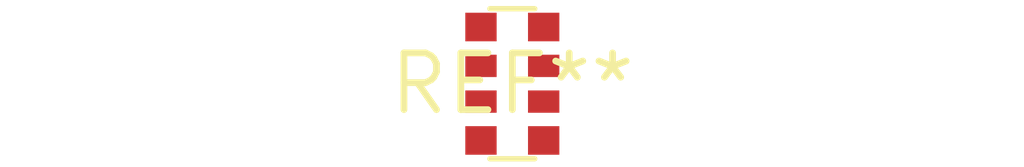
<source format=kicad_pcb>
(kicad_pcb (version 20240108) (generator pcbnew)
  (layers (0 "F.Cu" signal) (31 "B.Cu" signal) (34 "B.Paste" user) (35 "F.Paste" user) (36 "B.SilkS" user "B.Silkscreen") (37 "F.SilkS" user "F.Silkscreen") (38 "B.Mask" user) (39 "F.Mask" user) (44 "Edge.Cuts" user))
  (net 0 "")
  (footprint "R_Array_Convex_4x0612" (layer "F.Cu") (at 0 0)
    (property "Reference" "REF**")
    (property "Value" "R_Array_Convex_4x0612")
    (fp_line (start 0.5 -1.68) (end -0.5 -1.68) (layer "F.SilkS") (stroke (width 0.12)))
    (fp_line (start 0.5 1.68) (end -0.5 1.68) (layer "F.SilkS") (stroke (width 0.12)))
    (pad "1" smd rect (at -0.7 -1.27) (size 0.7 0.64) (layers "F.Cu" "F.Paste" "F.Mask"))
    (pad "2" smd rect (at -0.7 -0.4) (size 0.7 0.5) (layers "F.Cu" "F.Paste" "F.Mask"))
    (pad "3" smd rect (at -0.7 0.4) (size 0.7 0.5) (layers "F.Cu" "F.Paste" "F.Mask"))
    (pad "4" smd rect (at -0.7 1.27) (size 0.7 0.64) (layers "F.Cu" "F.Paste" "F.Mask"))
    (pad "5" smd rect (at 0.7 1.27) (size 0.7 0.64) (layers "F.Cu" "F.Paste" "F.Mask"))
    (pad "6" smd rect (at 0.7 0.4) (size 0.7 0.5) (layers "F.Cu" "F.Paste" "F.Mask"))
    (pad "7" smd rect (at 0.7 -0.4) (size 0.7 0.5) (layers "F.Cu" "F.Paste" "F.Mask"))
    (pad "8" smd rect (at 0.7 -1.27) (size 0.7 0.64) (layers "F.Cu" "F.Paste" "F.Mask"))
  )
)
</source>
